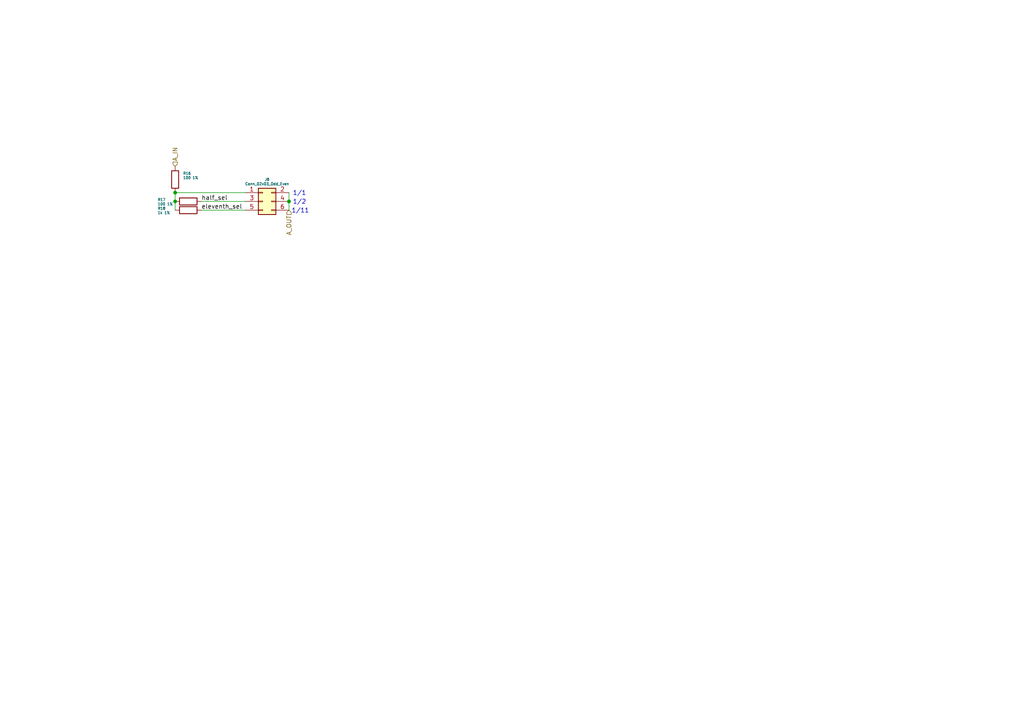
<source format=kicad_sch>
(kicad_sch (version 20231120) (generator "eeschema") (generator_version "8.0")
  (paper "A4")
  (lib_symbols
    (symbol "Connector_Generic:Conn_02x03_Odd_Even" (pin_names (offset 1.016) hide)
      (property "Reference" "J" (at 1.27 5.08 0))
      (property "Value" "Conn_02x03_Odd_Even" (at 1.27 -5.08 0))
      (symbol "Conn_02x03_Odd_Even_1_1"
        (rectangle (start -1.27 -2.413) (end 0 -2.667) (stroke (width 0.1524)))
        (rectangle (start -1.27 0.127) (end 0 -0.127) (stroke (width 0.1524)))
        (rectangle (start -1.27 2.667) (end 0 2.413) (stroke (width 0.1524)))
        (rectangle (start -1.27 3.81) (end 3.81 -3.81) (stroke (width 0.254)) (fill (type background)))
        (rectangle (start 3.81 -2.413) (end 2.54 -2.667) (stroke (width 0.1524)))
        (rectangle (start 3.81 0.127) (end 2.54 -0.127) (stroke (width 0.1524)))
        (rectangle (start 3.81 2.667) (end 2.54 2.413) (stroke (width 0.1524)))
        (pin passive line (at -5.08 2.54 0) (length 3.81) (name "Pin_1") (number "1"))
        (pin passive line (at 7.62 2.54 180) (length 3.81) (name "Pin_2") (number "2"))
        (pin passive line (at -5.08 0 0) (length 3.81) (name "Pin_3") (number "3"))
        (pin passive line (at 7.62 0 180) (length 3.81) (name "Pin_4") (number "4"))
        (pin passive line (at -5.08 -2.54 0) (length 3.81) (name "Pin_5") (number "5"))
        (pin passive line (at 7.62 -2.54 180) (length 3.81) (name "Pin_6") (number "6"))
      )
    )
    (symbol "Device:R" (pin_numbers hide) (pin_names (offset 0))
      (property "Reference" "R" (at 2.032 0 90))
      (property "Value" "R" (at 0 0 90))
      (symbol "R_0_1"
        (rectangle (start -1.016 -2.54) (end 1.016 2.54) (stroke (width 0.254)))
      )
      (symbol "R_1_1"
        (pin passive line (at 0 3.81 270) (length 1.27) (name "~") (number "1"))
        (pin passive line (at 0 -3.81 90) (length 1.27) (name "~") (number "2"))
      )
    )
  )
  (junction (at 50.8 55.88))
  (junction (at 83.82 58.42))
  (junction (at 50.8 58.42))
  (wire (pts (xy 50.8 55.88) (xy 50.8 58.42)))
  (wire (pts (xy 50.8 58.42) (xy 50.8 60.96)))
  (wire (pts (xy 83.82 58.42) (xy 83.82 60.96)))
  (wire (pts (xy 58.42 58.42) (xy 71.12 58.42)))
  (wire (pts (xy 83.82 55.88) (xy 83.82 58.42)))
  (wire (pts (xy 58.42 60.96) (xy 71.12 60.96)))
  (wire (pts (xy 50.8 55.88) (xy 71.12 55.88)))
  (text "1/2" (at 86.868 58.674 0) (effects (font (size 1.27 1.27))))
  (text "1/11" (at 87.122 61.214 0) (effects (font (size 1.27 1.27))))
  (text "1/1" (at 86.868 56.134 0) (effects (font (size 1.27 1.27))))
  (label "half_sel" (at 58.42 58.42 0))
  (label "eleventh_sel" (at 58.42 60.96 0))
  (hierarchical_label "A_OUT" (shape input) (at 83.82 60.96 270))
  (hierarchical_label "A_IN" (shape input) (at 50.8 48.26 90))
  (symbol (lib_id "Connector_Generic:Conn_02x03_Odd_Even") (at 76.2 58.42 0) (unit 1)
    (property "Reference" "J8" (at 77.47 52.07 0) (effects (font (size 0.75 0.75))))
    (property "Value" "Conn_02x03_Odd_Even" (at 77.47 53.34 0) (effects (font (size 0.75 0.75))))
    (property "Footprint" "Connector_PinHeader_2.54mm:PinHeader_2x03_P2.54mm_Vertical" (effects (hide yes)))
    (property "Description" "Generic connector, double row, 02x03, odd/even pin numbering scheme (row 1 odd numbers, row 2 even numbers), script generated (kicad-library-utils/schlib/autogen/connector/)" (effects (hide yes)))
    (instances (project "" (path "" (reference "J8") (unit 1)) (path "" (reference "J9") (unit 1)) (path "" (reference "J10") (unit 1))))
  )
  (symbol (lib_id "Device:R") (at 54.61 60.96 270) (unit 1)
    (property "Reference" "R18" (at 45.72 60.452 90) (effects (font (size 0.75 0.75)) (justify left)))
    (property "Value" "1k 1%" (at 45.72 61.722 90) (effects (font (size 0.75 0.75)) (justify left)))
    (property "Footprint" "Resistor_SMD:R_0402_1005Metric" (effects (hide yes)))
    (property "Description" "Resistor" (effects (hide yes)))
    (instances (project "pico-logic-analyzer" (path "" (reference "R18") (unit 1)) (path "" (reference "R21") (unit 1)) (path "" (reference "R24") (unit 1))))
  )
  (symbol (lib_id "Device:R") (at 50.8 52.07 0) (unit 1)
    (property "Reference" "R16" (at 53.086 50.292 0) (effects (font (size 0.75 0.75)) (justify left)))
    (property "Value" "100 1%" (at 53.086 51.562 0) (effects (font (size 0.75 0.75)) (justify left)))
    (property "Footprint" "Resistor_SMD:R_0402_1005Metric" (effects (hide yes)))
    (property "Description" "Resistor" (effects (hide yes)))
    (instances (project "pico-logic-analyzer" (path "" (reference "R16") (unit 1)) (path "" (reference "R19") (unit 1)) (path "" (reference "R22") (unit 1))))
  )
  (symbol (lib_id "Device:R") (at 54.61 58.42 270) (unit 1)
    (property "Reference" "R17" (at 45.72 57.912 90) (effects (font (size 0.75 0.75)) (justify left)))
    (property "Value" "100 1%" (at 45.72 59.182 90) (effects (font (size 0.75 0.75)) (justify left)))
    (property "Footprint" "Resistor_SMD:R_0402_1005Metric" (effects (hide yes)))
    (property "Description" "Resistor" (effects (hide yes)))
    (instances (project "pico-logic-analyzer" (path "" (reference "R17") (unit 1)) (path "" (reference "R20") (unit 1)) (path "" (reference "R23") (unit 1))))
  )
)
</source>
